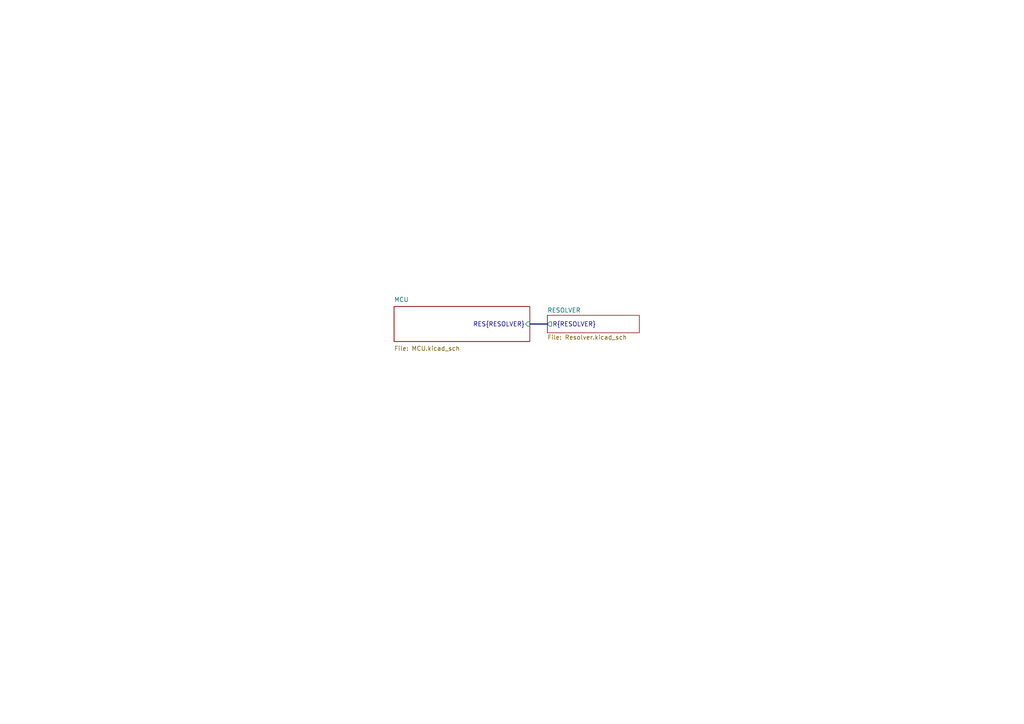
<source format=kicad_sch>
(kicad_sch
	(version 20231120)
	(generator "eeschema")
	(generator_version "8.0")
	(uuid "ec65a669-5fa6-4d04-9f49-8d6d3de6c502")
	(paper "A4")
	(title_block
		(date "2025-02-02")
		(comment 1 "Author: Luciano Vittori")
	)
	(lib_symbols)
	(bus_alias "CURRENT"
		(members "A" "B" "C" "POS" "GRID")
	)
	(bus_alias "PWM"
		(members "PWM_A_H" "PWM_A_L" "PWM_B_H" "PWM_B_L" "PWM_C_H" "PWM_C_L" "PWM_BUCK")
	)
	(bus_alias "VOLTAGE"
		(members "DCBUS" "GRID")
	)
	(bus
		(pts
			(xy 153.67 93.98) (xy 158.75 93.98)
		)
		(stroke
			(width 0)
			(type default)
		)
		(uuid "5139ade8-eeee-4587-ac5c-51da8cfe9006")
	)
	(sheet
		(at 114.3 88.9)
		(size 39.37 10.16)
		(stroke
			(width 0)
			(type solid)
		)
		(fill
			(color 0 0 0 0.0000)
		)
		(uuid "36adac2d-e510-47a1-a56b-2a204b465c7a")
		(property "Sheetname" "MCU"
			(at 114.3 87.63 0)
			(effects
				(font
					(size 1.27 1.27)
				)
				(justify left bottom)
			)
		)
		(property "Sheetfile" "MCU.kicad_sch"
			(at 114.3 100.33 0)
			(effects
				(font
					(size 1.27 1.27)
				)
				(justify left top)
			)
		)
		(pin "RES{RESOLVER}" input
			(at 153.67 93.98 0)
			(effects
				(font
					(size 1.27 1.27)
				)
				(justify right)
			)
			(uuid "e3b5bf68-5c12-49d2-b00a-e334620b13e7")
		)
		(instances
			(project "P2D_ELT_056_ICU_COMMUNICATION"
				(path "/748821c2-cd57-447d-9e21-e014e2ec2536"
					(page "20")
				)
			)
			(project "issue19646"
				(path "/ec65a669-5fa6-4d04-9f49-8d6d3de6c502"
					(page "19")
				)
			)
		)
	)
	(sheet
		(at 158.75 91.44)
		(size 26.67 5.08)
		(fields_autoplaced yes)
		(stroke
			(width 0.1524)
			(type solid)
		)
		(fill
			(color 0 0 0 0.0000)
		)
		(uuid "eacf85c5-c9b5-40bc-890d-75c91d6a7f21")
		(property "Sheetname" "RESOLVER"
			(at 158.75 90.7284 0)
			(effects
				(font
					(size 1.27 1.27)
				)
				(justify left bottom)
			)
		)
		(property "Sheetfile" "Resolver.kicad_sch"
			(at 158.75 97.1046 0)
			(effects
				(font
					(size 1.27 1.27)
				)
				(justify left top)
			)
		)
		(pin "R{RESOLVER}" output
			(at 158.75 93.98 180)
			(effects
				(font
					(size 1.27 1.27)
				)
				(justify left)
			)
			(uuid "7c6f92ad-ee9f-4159-98b7-06f8d3bc61e7")
		)
		(instances
			(project "issue19646"
				(path "/ec65a669-5fa6-4d04-9f49-8d6d3de6c502"
					(page "16")
				)
			)
		)
	)
	(sheet_instances
		(path "/"
			(page "1")
		)
	)
)

</source>
